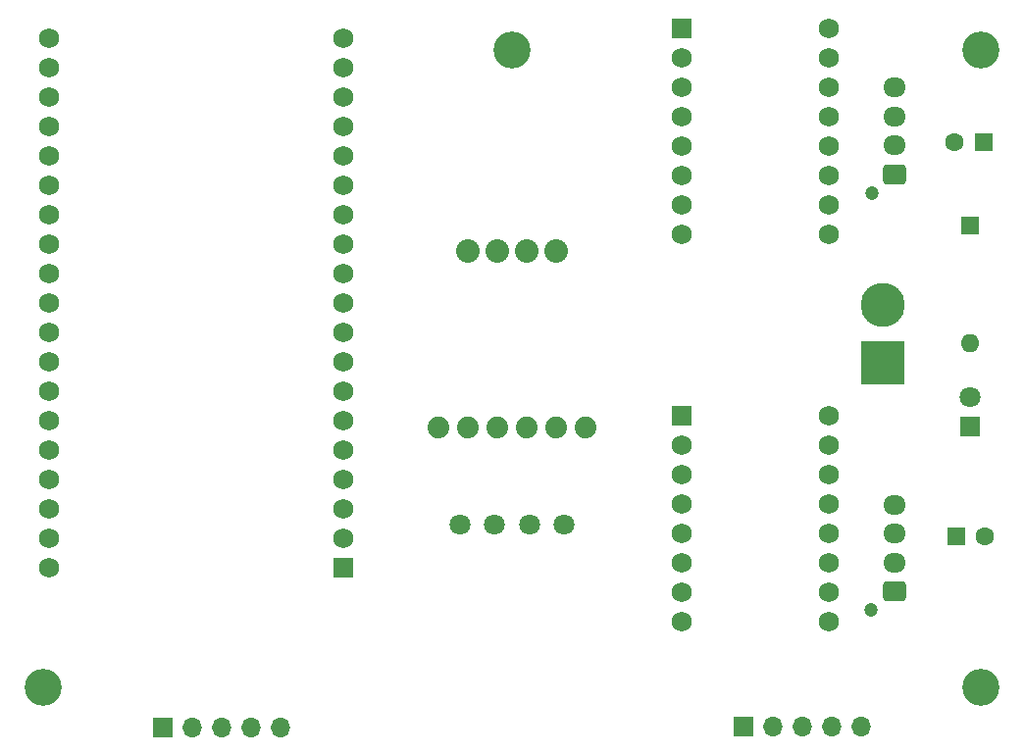
<source format=gbr>
%TF.GenerationSoftware,KiCad,Pcbnew,8.0.4*%
%TF.CreationDate,2024-09-15T13:23:28+10:00*%
%TF.ProjectId,SBR2.1,53425232-2e31-42e6-9b69-6361645f7063,rev?*%
%TF.SameCoordinates,Original*%
%TF.FileFunction,Soldermask,Bot*%
%TF.FilePolarity,Negative*%
%FSLAX46Y46*%
G04 Gerber Fmt 4.6, Leading zero omitted, Abs format (unit mm)*
G04 Created by KiCad (PCBNEW 8.0.4) date 2024-09-15 13:23:28*
%MOMM*%
%LPD*%
G01*
G04 APERTURE LIST*
G04 Aperture macros list*
%AMRoundRect*
0 Rectangle with rounded corners*
0 $1 Rounding radius*
0 $2 $3 $4 $5 $6 $7 $8 $9 X,Y pos of 4 corners*
0 Add a 4 corners polygon primitive as box body*
4,1,4,$2,$3,$4,$5,$6,$7,$8,$9,$2,$3,0*
0 Add four circle primitives for the rounded corners*
1,1,$1+$1,$2,$3*
1,1,$1+$1,$4,$5*
1,1,$1+$1,$6,$7*
1,1,$1+$1,$8,$9*
0 Add four rect primitives between the rounded corners*
20,1,$1+$1,$2,$3,$4,$5,0*
20,1,$1+$1,$4,$5,$6,$7,0*
20,1,$1+$1,$6,$7,$8,$9,0*
20,1,$1+$1,$8,$9,$2,$3,0*%
G04 Aperture macros list end*
%ADD10C,1.803200*%
%ADD11C,3.200000*%
%ADD12R,1.600000X1.600000*%
%ADD13C,1.600000*%
%ADD14RoundRect,0.102000X-0.765000X-0.765000X0.765000X-0.765000X0.765000X0.765000X-0.765000X0.765000X0*%
%ADD15C,1.734000*%
%ADD16R,1.800000X1.800000*%
%ADD17C,1.800000*%
%ADD18R,1.700000X1.700000*%
%ADD19O,1.700000X1.700000*%
%ADD20C,1.879600*%
%ADD21C,2.032000*%
%ADD22RoundRect,0.102000X0.765000X0.765000X-0.765000X0.765000X-0.765000X-0.765000X0.765000X-0.765000X0*%
%ADD23O,1.600000X1.600000*%
%ADD24R,3.800000X3.800000*%
%ADD25C,3.800000*%
%ADD26C,1.200000*%
%ADD27RoundRect,0.250000X0.725000X-0.600000X0.725000X0.600000X-0.725000X0.600000X-0.725000X-0.600000X0*%
%ADD28O,1.950000X1.700000*%
G04 APERTURE END LIST*
D10*
%TO.C,J7*%
X122500000Y-82500000D03*
%TD*%
D11*
%TO.C,H3*%
X167500000Y-96500000D03*
%TD*%
D12*
%TO.C,C4*%
X165317621Y-83500000D03*
D13*
X167817621Y-83500000D03*
%TD*%
D11*
%TO.C,H1*%
X86500000Y-96500000D03*
%TD*%
D10*
%TO.C,J5*%
X131500000Y-82500000D03*
%TD*%
D14*
%TO.C,U2*%
X141650000Y-39610000D03*
D15*
X141650000Y-42150000D03*
X141650000Y-44690000D03*
X141650000Y-47230000D03*
X141650000Y-49770000D03*
X141650000Y-52310000D03*
X141650000Y-54850000D03*
X141650000Y-57390000D03*
X154350000Y-57390000D03*
X154350000Y-54850000D03*
X154350000Y-52310000D03*
X154350000Y-49770000D03*
X154350000Y-47230000D03*
X154350000Y-44690000D03*
X154350000Y-42150000D03*
X154350000Y-39610000D03*
%TD*%
D16*
%TO.C,D2*%
X166500000Y-74025000D03*
D17*
X166500000Y-71485000D03*
%TD*%
D10*
%TO.C,J6*%
X125500000Y-82500000D03*
%TD*%
D18*
%TO.C,J9*%
X146980000Y-99925000D03*
D19*
X149520000Y-99925000D03*
X152060000Y-99925000D03*
X154600000Y-99925000D03*
X157140000Y-99925000D03*
%TD*%
D20*
%TO.C,U6*%
X120650000Y-74120000D03*
X123190000Y-74120000D03*
X125730000Y-74120000D03*
X128270000Y-74120000D03*
X130810000Y-74120000D03*
X133350000Y-74120000D03*
D21*
X123190000Y-58880000D03*
X125730000Y-58880000D03*
X128270000Y-58880000D03*
X130810000Y-58880000D03*
%TD*%
D10*
%TO.C,J4*%
X128500000Y-82500000D03*
%TD*%
D22*
%TO.C,U3*%
X112427500Y-86200000D03*
D15*
X112427500Y-83660000D03*
X112427500Y-81120000D03*
X112427500Y-78580000D03*
X112427500Y-76040000D03*
X112427500Y-73500000D03*
X112427500Y-70960000D03*
X112427500Y-68420000D03*
X112427500Y-65880000D03*
X112427500Y-63340000D03*
X112427500Y-60800000D03*
X112427500Y-58260000D03*
X112427500Y-55720000D03*
X112427500Y-53180000D03*
X112427500Y-50640000D03*
X112427500Y-48100000D03*
X112427500Y-45560000D03*
X112427500Y-43020000D03*
X112427500Y-40480000D03*
X87027500Y-40480000D03*
X87027500Y-43020000D03*
X87027500Y-45560000D03*
X87027500Y-48100000D03*
X87027500Y-50640000D03*
X87027500Y-53180000D03*
X87027500Y-55720000D03*
X87027500Y-58260000D03*
X87027500Y-60800000D03*
X87027500Y-63340000D03*
X87027500Y-65880000D03*
X87027500Y-68420000D03*
X87027500Y-70960000D03*
X87027500Y-73500000D03*
X87027500Y-76040000D03*
X87027500Y-78580000D03*
X87027500Y-81120000D03*
X87027500Y-83660000D03*
X87027500Y-86200000D03*
%TD*%
D12*
%TO.C,D1*%
X166500000Y-56670000D03*
D23*
X166500000Y-66830000D03*
%TD*%
D18*
%TO.C,J8*%
X96890000Y-99975000D03*
D19*
X99430000Y-99975000D03*
X101970000Y-99975000D03*
X104510000Y-99975000D03*
X107050000Y-99975000D03*
%TD*%
D11*
%TO.C,H4*%
X127000000Y-41500000D03*
%TD*%
D12*
%TO.C,C3*%
X167682380Y-49500000D03*
D13*
X165182380Y-49500000D03*
%TD*%
D11*
%TO.C,H2*%
X167500000Y-41500000D03*
%TD*%
D24*
%TO.C,J1*%
X159000000Y-68500000D03*
D25*
X159000000Y-63500000D03*
%TD*%
D14*
%TO.C,U1*%
X141650000Y-73110000D03*
D15*
X141650000Y-75650000D03*
X141650000Y-78190000D03*
X141650000Y-80730000D03*
X141650000Y-83270000D03*
X141650000Y-85810000D03*
X141650000Y-88350000D03*
X141650000Y-90890000D03*
X154350000Y-90890000D03*
X154350000Y-88350000D03*
X154350000Y-85810000D03*
X154350000Y-83270000D03*
X154350000Y-80730000D03*
X154350000Y-78190000D03*
X154350000Y-75650000D03*
X154350000Y-73110000D03*
%TD*%
D26*
%TO.C,J3*%
X158025000Y-53850000D03*
D27*
X160025000Y-52250000D03*
D28*
X160025000Y-49750000D03*
X160025000Y-47250000D03*
X160025000Y-44750000D03*
%TD*%
D26*
%TO.C,J2*%
X158000000Y-89850000D03*
D27*
X160000000Y-88250000D03*
D28*
X160000000Y-85750000D03*
X160000000Y-83250000D03*
X160000000Y-80750000D03*
%TD*%
M02*

</source>
